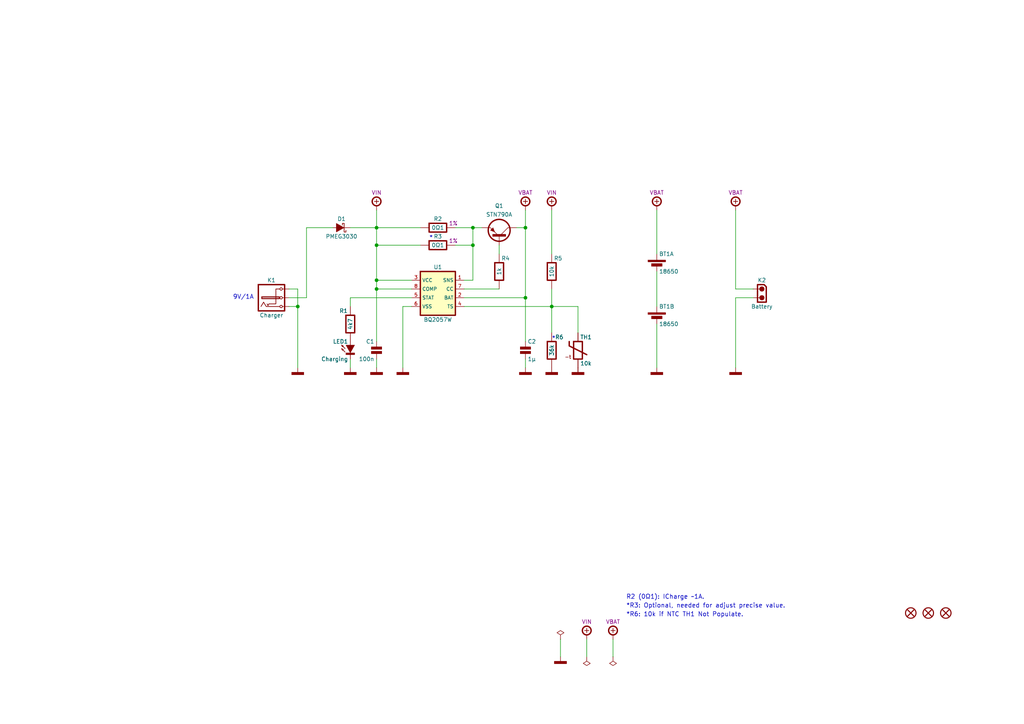
<source format=kicad_sch>
(kicad_sch (version 20230121) (generator eeschema)
  (paper "A4")
  (title_block (title "TBOT - Charger 2x18650") (date "01/2022") (rev "A"))
  (lib_symbols
    (symbol "tronixio:CAPACITOR-1206-100N-50V-5P-X7R" (pin_numbers hide) (pin_names (offset 0) hide)
      (property "Reference" "C" (at 0.635 2.54 0))
      (property "Value" "100n" (at 0.635 -2.54 0))
      (symbol "CAPACITOR-1206-100N-50V-5P-X7R_0_1"
        (rectangle (start -1.524 -0.254) (end 1.524 -1.016) (stroke (width 0.001)) (fill (type outline)))
        (rectangle (start -1.524 1.016) (end 1.524 0.254) (stroke (width 0.001)) (fill (type outline)))
      )
      (symbol "CAPACITOR-1206-100N-50V-5P-X7R_1_1"
        (pin passive line (at 0 2.54 270) (length 1.905) (name "~") (number "1"))
        (pin passive line (at 0 -2.54 90) (length 1.905) (name "~") (number "2"))
      )
    )
    (symbol "tronixio:CAPACITOR-1206-1U-16V-10P-X7R" (pin_numbers hide) (pin_names (offset 0) hide)
      (property "Reference" "C" (at 0.635 2.54 0))
      (property "Value" "1µ" (at 0.635 -2.54 0))
      (symbol "CAPACITOR-1206-1U-16V-10P-X7R_0_1"
        (rectangle (start -1.524 -0.254) (end 1.524 -1.016) (stroke (width 0.001)) (fill (type outline)))
        (rectangle (start -1.524 1.016) (end 1.524 0.254) (stroke (width 0.001)) (fill (type outline)))
      )
      (symbol "CAPACITOR-1206-1U-16V-10P-X7R_1_1"
        (pin passive line (at 0 2.54 270) (length 1.905) (name "~") (number "1"))
        (pin passive line (at 0 -2.54 90) (length 1.905) (name "~") (number "2"))
      )
    )
    (symbol "tronixio:CUI-PJ-102AH-TH" (pin_numbers hide) (pin_names (offset 0) hide)
      (property "Reference" "K" (at 0 5.08 0))
      (property "Value" "PJ-102H" (at 0 -5.08 0))
      (symbol "CUI-PJ-102AH-TH_0_1"
        (rectangle (start -3.81 -3.81) (end 3.81 3.81) (stroke (width 0.4)))
        (rectangle (start -2.794 0.254) (end 2.286 -0.254) (stroke (width 0.3)))
        (polyline (pts (xy -3.048 -2.54) (xy -2.286 -1.27) (xy -1.524 -2.54) (xy 2.286 -2.54)) (stroke (width 0.2)))
        (polyline (pts (xy -1.27 -1.778) (xy -1.016 -2.286) (xy -0.762 -1.778) (xy 1.27 -1.778) (xy 1.27 2.54) (xy 2.286 2.54)) (stroke (width 0.2)))
        (circle (center 2.794 -2.54) (radius 0.3592) (stroke (width 0.2)))
        (circle (center 2.794 0) (radius 0.3592) (stroke (width 0.2)))
        (circle (center 2.794 2.54) (radius 0.3592) (stroke (width 0.2)))
      )
      (symbol "CUI-PJ-102AH-TH_1_1"
        (pin passive line (at 5.08 0 180) (length 1.905) (name "~") (number "1"))
        (pin passive line (at 5.08 -2.54 180) (length 1.905) (name "~") (number "2"))
        (pin passive line (at 5.08 2.54 180) (length 1.905) (name "~") (number "3"))
      )
    )
    (symbol "tronixio:KEYSTONE-1049" (pin_numbers hide) (pin_names (offset 0) hide)
      (property "Reference" "BT" (at -1.27 2.54 0))
      (property "Value" "18650" (at -1.27 -2.54 0))
      (symbol "KEYSTONE-1049_0_1"
        (rectangle (start -2.54 0.762) (end 2.54 0.254) (fill (type outline)))
        (rectangle (start -1.524 -0.254) (end 1.524 -1.016) (fill (type outline)))
      )
      (symbol "KEYSTONE-1049_1_1"
        (pin passive line (at 0 -2.54 90) (length 1.905) (name "-") (number "1"))
        (pin passive line (at 0 2.54 270) (length 1.905) (name "+") (number "2"))
      )
      (symbol "KEYSTONE-1049_2_1"
        (pin passive line (at 0 -2.54 90) (length 1.905) (name "-") (number "3"))
        (pin passive line (at 0 2.54 270) (length 1.905) (name "+") (number "4"))
      )
    )
    (symbol "tronixio:KINGBRIGHT-LED-1206-PURPLE" (pin_numbers hide) (pin_names (offset 0) hide)
      (property "Reference" "LED" (at 0 3.81 0))
      (property "Value" "PURPLE" (at 0 -2.54 0))
      (symbol "KINGBRIGHT-LED-1206-PURPLE_0_1"
        (rectangle (start -1.27 1.27) (end -0.762 -1.27) (stroke (width 0.001)) (fill (type outline)))
        (polyline (pts (xy 1.524 -1.27) (xy 1.524 1.27) (xy -0.762 0) (xy 1.524 -1.27)) (stroke (width 0.001)) (fill (type outline)))
        (polyline (pts (xy -0.508 1.524) (xy 0.508 2.54) (xy 0.254 2.032) (xy 0 2.286) (xy 0.508 2.54)) (stroke (width 0.2)))
        (polyline (pts (xy 0.508 1.524) (xy 1.524 2.54) (xy 1.27 2.032) (xy 1.016 2.286) (xy 1.524 2.54)) (stroke (width 0.2)))
      )
      (symbol "KINGBRIGHT-LED-1206-PURPLE_1_1"
        (pin passive line (at -2.54 0 0) (length 1.27) (name "C") (number "1"))
        (pin passive line (at 2.54 0 180) (length 1.27) (name "A") (number "2"))
      )
    )
    (symbol "tronixio:MOLEX-MINI-SPOX-02-RIGHT-ANGLE" (pin_numbers hide) (pin_names (offset 0) hide)
      (property "Reference" "K" (at 0 2.54 0))
      (property "Value" "MOLEX-MINI-SPOX-02-RIGHT-ANGLE" (at 0 -5.08 0))
      (symbol "MOLEX-MINI-SPOX-02-RIGHT-ANGLE_0_1"
        (circle (center 0 -2.54) (radius 0.635) (stroke (width 0.2)) (fill (type outline)))
        (polyline (pts (xy -1.27 -3.81) (xy 1.27 -3.81) (xy 1.27 0.635) (xy 0.635 1.27) (xy -1.27 1.27) (xy -1.27 -3.81)) (stroke (width 0.4)))
        (circle (center 0 0) (radius 0.635) (stroke (width 0.2)) (fill (type outline)))
      )
      (symbol "MOLEX-MINI-SPOX-02-RIGHT-ANGLE_1_1"
        (pin passive line (at -2.54 0 0) (length 1.905) (name "1") (number "1"))
        (pin passive line (at -2.54 -2.54 0) (length 1.905) (name "2") (number "2"))
      )
    )
    (symbol "tronixio:MOUNTING-HOLE-3MM-MASK" (pin_numbers hide) (pin_names (offset 0) hide)
      (symbol "MOUNTING-HOLE-3MM-MASK_0_1"
        (polyline (pts (xy -1.016 -1.016) (xy 1.016 1.016)) (stroke (width 0.3)))
        (polyline (pts (xy 1.016 -1.016) (xy -1.016 1.016)) (stroke (width 0.3)))
        (circle (center 0 0) (radius 1.524) (stroke (width 0.3)))
      )
    )
    (symbol "tronixio:NEXPERIA-PMEG3030" (pin_numbers hide) (pin_names (offset 0) hide)
      (property "Reference" "D" (at 0 2.54 0))
      (property "Value" "PMEG3030" (at 0 -2.54 0))
      (symbol "NEXPERIA-PMEG3030_0_1"
        (polyline (pts (xy 1.524 -1.27) (xy 1.524 1.27) (xy -0.762 0) (xy 1.524 -1.27)) (stroke (width 0.001)) (fill (type outline)))
        (polyline (pts (xy -0.254 -0.762) (xy -0.254 -1.27) (xy -0.762 -1.27) (xy -0.762 1.27) (xy -1.27 1.27) (xy -1.27 0.762)) (stroke (width 0.2)))
      )
      (symbol "NEXPERIA-PMEG3030_1_1"
        (pin passive line (at -2.54 0 0) (length 1.905) (name "C") (number "1"))
        (pin passive line (at 2.54 0 180) (length 1.27) (name "A") (number "2"))
      )
    )
    (symbol "tronixio:POWER-+VBAT" (power) (pin_numbers hide) (pin_names (offset 0) hide)
      (property "Name" "VBAT" (at 0 5.08 0))
      (symbol "POWER-+VBAT_0_1"
        (polyline (pts (xy -0.635 2.54) (xy 0.635 2.54)) (stroke (width 0.2)))
        (polyline (pts (xy 0 1.905) (xy 0 3.175)) (stroke (width 0.2)))
        (circle (center 0 2.54) (radius 1.27) (stroke (width 0.4)))
      )
      (symbol "POWER-+VBAT_1_1"
        (pin power_in line (at 0 0 90) (length 1.27) (name "+VBAT") (number "1"))
      )
    )
    (symbol "tronixio:POWER-+VIN" (power) (pin_numbers hide) (pin_names (offset 0) hide)
      (property "Name" "VIN" (at 0 5.08 0))
      (symbol "POWER-+VIN_0_1"
        (polyline (pts (xy -0.635 2.54) (xy 0.635 2.54)) (stroke (width 0.2)))
        (polyline (pts (xy 0 1.905) (xy 0 3.175)) (stroke (width 0.2)))
        (circle (center 0 2.54) (radius 1.27) (stroke (width 0.4)))
      )
      (symbol "POWER-+VIN_1_1"
        (pin power_in line (at 0 0 90) (length 1.27) (name "+VIN") (number "1"))
      )
    )
    (symbol "tronixio:POWER-FLAG" (power) (pin_numbers hide) (pin_names (offset 0) hide)
      (symbol "POWER-FLAG_0_0"
        (pin power_out line (at 0 0 90) (length 0) (name "pwr") (number "1"))
      )
      (symbol "POWER-FLAG_0_1"
        (polyline (pts (xy 0 0) (xy 0 1.27) (xy -1.016 1.905) (xy 0 2.54) (xy 1.016 1.905) (xy 0 1.27)))
      )
    )
    (symbol "tronixio:POWER-GND" (power) (pin_numbers hide) (pin_names (offset 0) hide)
      (symbol "POWER-GND_0_1"
        (rectangle (start -1.778 -2.032) (end 1.778 -1.27) (stroke (width 0.001)) (fill (type outline)))
      )
      (symbol "POWER-GND_1_1"
        (pin power_in line (at 0 0 270) (length 1.27) (name "GND") (number "1"))
      )
    )
    (symbol "tronixio:RESISTOR-1206-10K-5P" (pin_numbers hide) (pin_names (offset 0) hide)
      (property "Reference" "R" (at 0.635 3.81 0))
      (property "Value" "10k" (at 0 0 90))
      (symbol "RESISTOR-1206-10K-5P_0_1"
        (rectangle (start -1.27 -2.54) (end 1.27 2.54) (stroke (width 0.4)))
      )
      (symbol "RESISTOR-1206-10K-5P_1_1"
        (pin passive line (at 0 5.08 270) (length 2.54) (name "~") (number "1"))
        (pin passive line (at 0 -5.08 90) (length 2.54) (name "~") (number "2"))
      )
    )
    (symbol "tronixio:RESISTOR-1206-1K-5P" (pin_numbers hide) (pin_names (offset 0) hide)
      (property "Reference" "R" (at 0 3.81 0))
      (property "Value" "1k" (at 0 0 90))
      (symbol "RESISTOR-1206-1K-5P_0_1"
        (rectangle (start -1.27 -2.54) (end 1.27 2.54) (stroke (width 0.4)))
      )
      (symbol "RESISTOR-1206-1K-5P_1_1"
        (pin passive line (at 0 5.08 270) (length 2.54) (name "~") (number "1"))
        (pin passive line (at 0 -5.08 90) (length 2.54) (name "~") (number "2"))
      )
    )
    (symbol "tronixio:RESISTOR-1206-36K-5P" (pin_numbers hide) (pin_names (offset 0) hide)
      (property "Reference" "R" (at 0.635 3.81 0))
      (property "Value" "36k" (at 0 0 90))
      (symbol "RESISTOR-1206-36K-5P_0_1"
        (rectangle (start -1.27 -2.54) (end 1.27 2.54) (stroke (width 0.4)))
      )
      (symbol "RESISTOR-1206-36K-5P_1_1"
        (pin passive line (at 0 5.08 270) (length 2.54) (name "~") (number "1"))
        (pin passive line (at 0 -5.08 90) (length 2.54) (name "~") (number "2"))
      )
    )
    (symbol "tronixio:RESISTOR-1206-4K7-5P" (pin_numbers hide) (pin_names (offset 0) hide)
      (property "Reference" "R" (at 0.635 3.81 0))
      (property "Value" "4k7" (at 0 0 90))
      (symbol "RESISTOR-1206-4K7-5P_0_1"
        (rectangle (start -1.27 -2.54) (end 1.27 2.54) (stroke (width 0.4)))
      )
      (symbol "RESISTOR-1206-4K7-5P_1_1"
        (pin passive line (at 0 5.08 270) (length 2.54) (name "~") (number "1"))
        (pin passive line (at 0 -5.08 90) (length 2.54) (name "~") (number "2"))
      )
    )
    (symbol "tronixio:RESISTOR-1210-0R1-1P" (pin_numbers hide) (pin_names (offset 0) hide)
      (property "Reference" "R" (at 0.635 3.81 0))
      (property "Value" "0Ω1" (at 0 0 90))
      (property "Tolerance" "1%" (at 0.635 -3.81 0))
      (symbol "RESISTOR-1210-0R1-1P_0_1"
        (rectangle (start -1.27 -2.54) (end 1.27 2.54) (stroke (width 0.4)))
      )
      (symbol "RESISTOR-1210-0R1-1P_1_1"
        (pin passive line (at 0 5.08 270) (length 2.54) (name "~") (number "1"))
        (pin passive line (at 0 -5.08 90) (length 2.54) (name "~") (number "2"))
      )
    )
    (symbol "tronixio:ST-STN790A-SOT-223" (pin_numbers hide) (pin_names (offset 0) hide)
      (property "Reference" "Q" (at 5.08 1.27 0))
      (property "Value" "STN790A" (at 5.08 -1.27 0))
      (symbol "ST-STN790A-SOT-223_0_1"
        (polyline (pts (xy 0.635 0.635) (xy 2.54 2.54)))
        (polyline (pts (xy 0.635 -0.635) (xy 2.54 -2.54) (xy 2.54 -2.54)))
        (polyline (pts (xy 1.27 -1.27) (xy 2.54 -1.778) (xy 1.778 -2.54) (xy 1.27 -1.27)) (stroke (width 0.001)) (fill (type outline)))
        (rectangle (start 0 1.905) (end 0.635 -1.905) (stroke (width 0.1)) (fill (type outline)))
        (circle (center 1.778 0) (radius 3.175) (stroke (width 0.4)))
      )
      (symbol "ST-STN790A-SOT-223_1_1"
        (pin passive line (at -2.54 0 0) (length 2.54) (name "B") (number "1"))
        (pin passive line (at 2.54 5.08 270) (length 2.54) (name "C") (number "2"))
        (pin passive line (at 2.54 -5.08 90) (length 2.54) (name "E") (number "3"))
      )
    )
    (symbol "tronixio:THERMISTOR-NTC-10K" (pin_numbers hide) (pin_names (offset 0) hide)
      (property "Reference" "TH" (at 0.635 3.81 0))
      (property "Value" "10k" (at 0.635 -3.81 0))
      (symbol "THERMISTOR-NTC-10K_0_0"
        (text "-t" (at -1.905 -1.905 0) (effects (font (size 1 1)) (justify right)))
      )
      (symbol "THERMISTOR-NTC-10K_0_1"
        (rectangle (start -1.27 -2.54) (end 1.27 2.54) (stroke (width 0.4)))
        (polyline (pts (xy -2.54 2.54) (xy -2.54 1.27) (xy 2.54 -1.27)) (stroke (width 0.4)))
      )
      (symbol "THERMISTOR-NTC-10K_1_1"
        (pin passive line (at 0 5.08 270) (length 2.54) (name "~") (number "1"))
        (pin passive line (at 0 -5.08 90) (length 2.54) (name "~") (number "2"))
      )
    )
    (symbol "tronixio:TI-BQ2057W-SOIC" (pin_names (offset 0.5))
      (property "Reference" "U" (at 7.62 3.81 0))
      (property "Value" "BQ2057W" (at 7.62 -11.43 0))
      (symbol "TI-BQ2057W-SOIC_0_1"
        (rectangle (start 2.54 2.54) (end 12.7 -10.16) (stroke (width 0.4)) (fill (type background)))
      )
      (symbol "TI-BQ2057W-SOIC_1_1"
        (pin input line (at 15.24 0 180) (length 2.54) (name "SNS") (number "1"))
        (pin input line (at 15.24 -5.08 180) (length 2.54) (name "BAT") (number "2"))
        (pin power_in line (at 0 0 0) (length 2.54) (name "VCC") (number "3"))
        (pin input line (at 15.24 -7.62 180) (length 2.54) (name "TS") (number "4"))
        (pin open_collector line (at 0 -5.08 0) (length 2.54) (name "STAT") (number "5"))
        (pin power_in line (at 0 -7.62 0) (length 2.54) (name "VSS") (number "6"))
        (pin output line (at 15.24 -2.54 180) (length 2.54) (name "CC") (number "7"))
        (pin input line (at 0 -2.54 0) (length 2.54) (name "COMP") (number "8"))
      )
    )
  )
  (junction (at 109.22 66.04) (diameter 0.9144))
  (junction (at 109.22 83.82) (diameter 0.9144))
  (junction (at 109.22 71.12))
  (junction (at 86.36 88.9) (diameter 0.9144))
  (junction (at 109.22 81.28) (diameter 0.9144))
  (junction (at 160.02 88.9) (diameter 0.9144))
  (junction (at 137.16 66.04) (diameter 0.9144))
  (junction (at 152.4 66.04) (diameter 0.9144))
  (junction (at 137.16 71.12))
  (junction (at 152.4 86.36) (diameter 0.9144))
  (wire (pts (xy 160.02 88.9) (xy 167.64 88.9)))
  (wire (pts (xy 167.64 96.52) (xy 167.64 88.9)))
  (wire (pts (xy 88.9 66.04) (xy 88.9 86.36)))
  (wire (pts (xy 213.36 86.36) (xy 218.44 86.36)))
  (wire (pts (xy 134.62 81.28) (xy 137.16 81.28)))
  (wire (pts (xy 137.16 71.12) (xy 137.16 81.28)))
  (wire (pts (xy 134.62 88.9) (xy 160.02 88.9)))
  (wire (pts (xy 109.22 60.96) (xy 109.22 66.04)))
  (wire (pts (xy 109.22 66.04) (xy 109.22 71.12)))
  (wire (pts (xy 177.8 185.42) (xy 177.8 190.5)))
  (wire (pts (xy 101.6 66.04) (xy 109.22 66.04)))
  (wire (pts (xy 109.22 104.14) (xy 109.22 106.68)))
  (wire (pts (xy 213.36 86.36) (xy 213.36 106.68)))
  (wire (pts (xy 116.84 88.9) (xy 116.84 106.68)))
  (wire (pts (xy 116.84 88.9) (xy 119.38 88.9)))
  (wire (pts (xy 109.22 83.82) (xy 119.38 83.82)))
  (wire (pts (xy 109.22 81.28) (xy 109.22 83.82)))
  (wire (pts (xy 109.22 81.28) (xy 119.38 81.28)))
  (wire (pts (xy 134.62 86.36) (xy 152.4 86.36)))
  (wire (pts (xy 83.82 86.36) (xy 88.9 86.36)))
  (wire (pts (xy 152.4 104.14) (xy 152.4 106.68)))
  (wire (pts (xy 132.08 71.12) (xy 137.16 71.12)))
  (wire (pts (xy 134.62 83.82) (xy 144.78 83.82)))
  (wire (pts (xy 190.5 60.96) (xy 190.5 73.66)))
  (wire (pts (xy 132.08 66.04) (xy 137.16 66.04)))
  (wire (pts (xy 137.16 66.04) (xy 139.7 66.04)))
  (wire (pts (xy 190.5 78.74) (xy 190.5 88.9)))
  (wire (pts (xy 160.02 60.96) (xy 160.02 73.66)))
  (wire (pts (xy 149.86 66.04) (xy 152.4 66.04)))
  (wire (pts (xy 213.36 60.96) (xy 213.36 83.82)))
  (wire (pts (xy 152.4 86.36) (xy 152.4 99.06)))
  (wire (pts (xy 170.18 185.42) (xy 170.18 190.5)))
  (wire (pts (xy 101.6 86.36) (xy 101.6 88.9)))
  (wire (pts (xy 144.78 71.12) (xy 144.78 73.66)))
  (wire (pts (xy 213.36 83.82) (xy 218.44 83.82)))
  (wire (pts (xy 190.5 93.98) (xy 190.5 106.68)))
  (wire (pts (xy 88.9 66.04) (xy 96.52 66.04)))
  (wire (pts (xy 83.82 83.82) (xy 86.36 83.82)))
  (wire (pts (xy 86.36 83.82) (xy 86.36 88.9)))
  (wire (pts (xy 86.36 88.9) (xy 86.36 106.68)))
  (wire (pts (xy 109.22 71.12) (xy 109.22 81.28)))
  (wire (pts (xy 83.82 88.9) (xy 86.36 88.9)))
  (wire (pts (xy 109.22 71.12) (xy 121.92 71.12)))
  (wire (pts (xy 162.56 185.42) (xy 162.56 190.5)))
  (wire (pts (xy 137.16 66.04) (xy 137.16 71.12)))
  (wire (pts (xy 160.02 83.82) (xy 160.02 88.9)))
  (wire (pts (xy 160.02 88.9) (xy 160.02 96.52)))
  (wire (pts (xy 101.6 86.36) (xy 119.38 86.36)))
  (wire (pts (xy 152.4 60.96) (xy 152.4 66.04)))
  (wire (pts (xy 152.4 66.04) (xy 152.4 86.36)))
  (wire (pts (xy 101.6 104.14) (xy 101.6 106.68)))
  (wire (pts (xy 109.22 66.04) (xy 121.92 66.04)))
  (wire (pts (xy 109.22 83.82) (xy 109.22 99.06)))
  (text "R2 (0Ω1): ICharge ~1A." (at 181.61 173.99 0) (effects (font (size 1.27 1.27)) (justify left bottom)))
  (text "*" (at 124.46 69.85 0) (effects (font (size 1.27 1.27)) (justify left bottom)))
  (text "*R3: Optional, needed for adjust precise value." (at 181.61 176.53 0) (effects (font (size 1.27 1.27)) (justify left bottom)))
  (text "*" (at 160.02 99.06 0) (effects (font (size 1.27 1.27)) (justify left bottom)))
  (text "*R6: 10k if NTC TH1 Not Populate." (at 181.61 179.07 0) (effects (font (size 1.27 1.27)) (justify left bottom)))
  (text "9V/1A" (at 73.66 86.995 0) (effects (font (size 1.27 1.27)) (justify right bottom)))
  (symbol (lib_id "tronixio:RESISTOR-1206-1K-5P") (at 144.78 78.74 180) (unit 1)
    (property "Reference" "R4" (at 145.415 74.93 0) (effects (font (size 1.15 1.15)) (justify right)))
    (property "Value" "1k" (at 144.78 78.74 90) (effects (font (size 1.15 1.15))))
    (property "Footprint" "tronixio:RESISTOR-SMD-1206" (effects hide))
    (property "Tolerance" "5%" (effects hide))
    (property "Mouser" "660-RK73B2BTTDD102J" (effects hide))
  )
  (symbol (lib_id "tronixio:POWER-GND") (at 160.02 106.68 0) (unit 1)
    (property "Reference" "#PWR010" (effects hide))
    (property "Value" "POWER-GND" (effects hide))
  )
  (symbol (lib_id "tronixio:KEYSTONE-1049") (at 190.5 76.2 0) (unit 1)
    (property "Reference" "BT1" (at 191.135 73.66 0) (effects (font (size 1.15 1.15)) (justify left)))
    (property "Value" "18650" (at 191.135 78.74 0) (effects (font (size 1.15 1.15)) (justify left)))
    (property "Footprint" "tronixio:KEYSTONE-1049" (effects hide))
    (property "Datasheet" "http://www.keyelco.com/product.cfm/product_id/921" (effects hide))
    (property "Mouser" "534-1049" (effects hide))
  )
  (symbol (lib_id "tronixio:POWER-+VBAT") (at 152.4 60.96 0) (unit 1)
    (property "Reference" "#PWR07" (effects hide))
    (property "Value" "POWER-+VBAT" (effects hide))
    (property "Name" "VBAT" (at 152.4 55.88 0) (effects (font (size 1.15 1.15))))
  )
  (symbol (lib_id "tronixio:TI-BQ2057W-SOIC") (at 119.38 81.28 0) (unit 1)
    (property "Reference" "U1" (at 127 77.47 0) (effects (font (size 1.15 1.15))))
    (property "Value" "BQ2057W" (at 127 92.71 0) (effects (font (size 1.15 1.15))))
    (property "Footprint" "tronixio:SOIC-08" (effects hide))
    (property "Datasheet" "https://www.ti.com/product/BQ2057W/part-details/BQ2057WSN" (effects hide))
    (property "Mouser" "595-BQ2057WSN" (effects hide))
  )
  (symbol (lib_id "tronixio:POWER-GND") (at 152.4 106.68 0) (unit 1)
    (property "Reference" "#PWR08" (effects hide))
    (property "Value" "POWER-GND" (effects hide))
  )
  (symbol (lib_id "tronixio:RESISTOR-1210-0R1-1P") (at 127 66.04 90) (unit 1)
    (property "Reference" "R2" (at 127 63.5 90) (effects (font (size 1.15 1.15))))
    (property "Value" "0Ω1" (at 127 66.04 90) (effects (font (size 1.15 1.15))))
    (property "Footprint" "tronixio:RESISTOR-SMD-1210" (effects hide))
    (property "Tolerance" "1%" (at 130.175 64.77 90) (effects (font (size 1.15 1.15)) (justify right)))
    (property "Mouser" "660-SR732ETTER100F" (effects hide))
  )
  (symbol (lib_id "tronixio:CUI-PJ-102AH-TH") (at 78.74 86.36 0) (unit 1)
    (property "Reference" "K1" (at 78.74 81.28 0) (effects (font (size 1.15 1.15))))
    (property "Value" "Charger" (at 78.74 91.44 0) (effects (font (size 1.15 1.15))))
    (property "Footprint" "tronixio:CUI-PJ-102AH" (effects hide))
    (property "Datasheet" "https://www.cuidevices.com/product/interconnect/connectors/dc-power-connectors/jacks/pj-102ah" (effects hide))
    (property "Mouser" "490-PJ-102AH" (effects hide))
  )
  (symbol (lib_id "tronixio:KEYSTONE-1049") (at 190.5 91.44 0) (unit 2)
    (property "Reference" "BT1" (at 191.135 88.9 0) (effects (font (size 1.15 1.15)) (justify left)))
    (property "Value" "18650" (at 191.135 93.98 0) (effects (font (size 1.15 1.15)) (justify left)))
    (property "Footprint" "tronixio:KEYSTONE-1049" (effects hide))
    (property "Datasheet" "http://www.keyelco.com/product.cfm/product_id/921" (effects hide))
    (property "Mouser" "534-1049" (effects hide))
  )
  (symbol (lib_id "tronixio:POWER-+VBAT") (at 213.36 60.96 0) (unit 1)
    (property "Reference" "#PWR016" (effects hide))
    (property "Value" "POWER-+VBAT" (effects hide))
    (property "Name" "VBAT" (at 213.36 55.88 0) (effects (font (size 1.15 1.15))))
  )
  (symbol (lib_id "tronixio:KINGBRIGHT-LED-1206-PURPLE") (at 101.6 101.6 90) (unit 1)
    (property "Reference" "LED1" (at 100.965 99.06 90) (effects (font (size 1.15 1.15)) (justify left)))
    (property "Value" "Charging" (at 100.965 104.14 90) (effects (font (size 1.15 1.15)) (justify left)))
    (property "Footprint" "tronixio:LED-SMD-1206" (effects hide))
    (property "Datasheet" "https://www.kingbrightusa.com/images/catalog/SPEC/APTR3216-VFX.pdf" (effects hide))
    (property "Mouser" "604-APTR3216-VFX" (effects hide))
  )
  (symbol (lib_id "tronixio:POWER-GND") (at 190.5 106.68 0) (unit 1)
    (property "Reference" "#PWR015" (effects hide))
    (property "Value" "POWER-GND" (effects hide))
  )
  (symbol (lib_id "tronixio:CAPACITOR-1206-1U-16V-10P-X7R") (at 152.4 101.6 0) (unit 1)
    (property "Reference" "C2" (at 153.035 99.06 0) (effects (font (size 1.15 1.15)) (justify left)))
    (property "Value" "1µ" (at 153.035 104.14 0) (effects (font (size 1.15 1.15)) (justify left)))
    (property "Footprint" "tronixio:CAPACITOR-SMD-1206" (effects hide))
    (property "Voltage" "16V" (effects hide))
    (property "Tolerance" "10%" (effects hide))
    (property "Mouser" "80-C1206C105K4R" (effects hide))
  )
  (symbol (lib_id "tronixio:POWER-GND") (at 86.36 106.68 0) (unit 1)
    (property "Reference" "#PWR01" (effects hide))
    (property "Value" "POWER-GND" (effects hide))
  )
  (symbol (lib_id "tronixio:POWER-+VIN") (at 160.02 60.96 0) (unit 1)
    (property "Reference" "#PWR09" (effects hide))
    (property "Value" "POWER-+VIN" (effects hide))
    (property "Name" "VIN" (at 160.02 55.88 0) (effects (font (size 1.15 1.15))))
  )
  (symbol (lib_id "tronixio:MOUNTING-HOLE-3MM-MASK") (at 269.24 177.8 0) (unit 1)
    (property "Reference" "H2" (effects hide))
    (property "Value" "MOUNTING-HOLE-3MM-MASK" (effects hide))
    (property "Footprint" "tronixio:MOUNTING-HOLE-3MM-MASK" (effects hide))
  )
  (symbol (lib_id "tronixio:RESISTOR-1206-4K7-5P") (at 101.6 93.98 180) (unit 1)
    (property "Reference" "R1" (at 98.425 90.17 0) (effects (font (size 1.15 1.15)) (justify right)))
    (property "Value" "4k7" (at 101.6 93.98 90) (effects (font (size 1.15 1.15))))
    (property "Footprint" "tronixio:RESISTOR-SMD-1206" (effects hide))
    (property "Tolerance" "5%" (effects hide))
    (property "Mouser" "660-RK73B2BTTDD472J" (effects hide))
  )
  (symbol (lib_id "tronixio:POWER-+VIN") (at 109.22 60.96 0) (unit 1)
    (property "Reference" "#PWR04" (effects hide))
    (property "Value" "POWER-+VIN" (effects hide))
    (property "Name" "VIN" (at 109.22 55.88 0) (effects (font (size 1.15 1.15))))
  )
  (symbol (lib_id "tronixio:ST-STN790A-SOT-223") (at 144.78 68.58 270) (mirror x) (unit 1)
    (property "Reference" "Q1" (at 144.78 59.69 90) (effects (font (size 1.15 1.15))))
    (property "Value" "STN790A" (at 144.78 62.23 90) (effects (font (size 1.15 1.15))))
    (property "Footprint" "tronixio:SOT-223-3" (effects hide))
    (property "Datasheet" "https://www.st.com/content/st_com/en/products/power-transistors/power-bipolar/lt-500v-transistors/stn790a.html" (effects hide))
    (property "Mouser" "511-STN790A" (effects hide))
  )
  (symbol (lib_id "tronixio:POWER-+VBAT") (at 190.5 60.96 0) (unit 1)
    (property "Reference" "#PWR014" (effects hide))
    (property "Value" "POWER-+VBAT" (effects hide))
    (property "Name" "VBAT" (at 190.5 55.88 0) (effects (font (size 1.15 1.15))))
  )
  (symbol (lib_id "tronixio:MOUNTING-HOLE-3MM-MASK") (at 274.32 177.8 0) (unit 1)
    (property "Reference" "H3" (effects hide))
    (property "Value" "MOUNTING-HOLE-3MM-MASK" (effects hide))
    (property "Footprint" "tronixio:MOUNTING-HOLE-3MM-MASK" (effects hide))
  )
  (symbol (lib_id "tronixio:POWER-+VIN") (at 170.18 185.42 0) (unit 1)
    (property "Reference" "#PWR012" (effects hide))
    (property "Value" "POWER-+VIN" (effects hide))
    (property "Name" "VIN" (at 170.18 180.34 0) (effects (font (size 1.15 1.15))))
  )
  (symbol (lib_id "tronixio:POWER-FLAG") (at 177.8 190.5 180) (unit 1)
    (property "Reference" "#FLG03" (effects hide))
    (property "Value" "POWER-FLAG" (effects hide))
  )
  (symbol (lib_id "tronixio:MOLEX-MINI-SPOX-02-RIGHT-ANGLE") (at 220.98 83.82 0) (unit 1)
    (property "Reference" "K2" (at 220.98 81.28 0) (effects (font (size 1.15 1.15))))
    (property "Value" "Battery" (at 220.98 88.9 0) (effects (font (size 1.15 1.15))))
    (property "Footprint" "tronixio:MOLEX-22057025" (effects hide))
    (property "Datasheet" "https://www.molex.com/molex/products/part-detail/pcb_headers/0022057025" (effects hide))
    (property "Mouser" "538-22-05-7025" (effects hide))
  )
  (symbol (lib_id "tronixio:CAPACITOR-1206-100N-50V-5P-X7R") (at 109.22 101.6 0) (unit 1)
    (property "Reference" "C1" (at 108.585 99.06 0) (effects (font (size 1.15 1.15)) (justify right)))
    (property "Value" "100n" (at 108.585 104.14 0) (effects (font (size 1.15 1.15)) (justify right)))
    (property "Footprint" "tronixio:CAPACITOR-SMD-1206" (effects hide))
    (property "Voltage" "50V" (effects hide))
    (property "Tolerance" "5%" (effects hide))
    (property "Mouser" "80-C1206C104J5R" (effects hide))
  )
  (symbol (lib_id "tronixio:POWER-GND") (at 213.36 106.68 0) (unit 1)
    (property "Reference" "#PWR017" (effects hide))
    (property "Value" "POWER-GND" (effects hide))
  )
  (symbol (lib_id "tronixio:RESISTOR-1206-10K-5P") (at 160.02 78.74 180) (unit 1)
    (property "Reference" "R5" (at 160.655 74.93 0) (effects (font (size 1.15 1.15)) (justify right)))
    (property "Value" "10k" (at 160.02 78.74 90) (effects (font (size 1.15 1.15))))
    (property "Footprint" "tronixio:RESISTOR-SMD-1206" (effects hide))
    (property "Tolerance" "5%" (effects hide))
    (property "Mouser" "660-RK73B2BTTDD103J" (effects hide))
  )
  (symbol (lib_id "tronixio:RESISTOR-1210-0R1-1P") (at 127 71.12 90) (unit 1)
    (property "Reference" "R3" (at 127 68.58 90) (effects (font (size 1.15 1.15))))
    (property "Value" "0Ω1" (at 127 71.12 90) (effects (font (size 1.15 1.15))))
    (property "Footprint" "tronixio:RESISTOR-SMD-1210" (effects hide))
    (property "Tolerance" "1%" (at 130.175 69.85 90) (effects (font (size 1.15 1.15)) (justify right)))
    (property "Mouser" "660-SR732ETTER100F" (effects hide))
  )
  (symbol (lib_id "tronixio:POWER-GND") (at 116.84 106.68 0) (unit 1)
    (property "Reference" "#PWR06" (effects hide))
    (property "Value" "POWER-GND" (effects hide))
  )
  (symbol (lib_id "tronixio:MOUNTING-HOLE-3MM-MASK") (at 264.16 177.8 0) (unit 1)
    (property "Reference" "H1" (effects hide))
    (property "Value" "MOUNTING-HOLE-3MM-MASK" (effects hide))
    (property "Footprint" "tronixio:MOUNTING-HOLE-3MM-MASK" (effects hide))
  )
  (symbol (lib_id "tronixio:POWER-GND") (at 162.56 190.5 0) (unit 1)
    (property "Reference" "#PWR013" (effects hide))
    (property "Value" "POWER-GND" (effects hide))
  )
  (symbol (lib_id "tronixio:POWER-GND") (at 101.6 106.68 0) (unit 1)
    (property "Reference" "#PWR03" (effects hide))
    (property "Value" "POWER-GND" (effects hide))
  )
  (symbol (lib_id "tronixio:POWER-GND") (at 109.22 106.68 0) (unit 1)
    (property "Reference" "#PWR05" (effects hide))
    (property "Value" "POWER-GND" (effects hide))
  )
  (symbol (lib_id "tronixio:THERMISTOR-NTC-10K") (at 167.64 101.6 0) (unit 1)
    (property "Reference" "TH1" (at 168.275 97.79 0) (effects (font (size 1.15 1.15)) (justify left)))
    (property "Value" "10k" (at 168.275 105.41 0) (effects (font (size 1.15 1.15)) (justify left)))
    (property "Footprint" "tronixio:THERMISTOR-SMD" (effects hide))
    (property "Datasheet" "http://www.vishay.com/product?docid=29154" (effects hide))
    (property "Mouser" "594-NTCLE213E3103FL" (effects hide))
  )
  (symbol (lib_id "tronixio:RESISTOR-1206-36K-5P") (at 160.02 101.6 180) (unit 1)
    (property "Reference" "R6" (at 163.46 97.79 0) (effects (font (size 1.15 1.15)) (justify left)))
    (property "Value" "36k" (at 160.02 101.6 90) (effects (font (size 1.15 1.15))))
    (property "Footprint" "tronixio:RESISTOR-SMD-1206" (effects hide))
    (property "Tolerance" "5%" (effects hide))
    (property "Mouser" "660-RK73B2BTTDD363J" (effects hide))
  )
  (symbol (lib_id "tronixio:POWER-GND") (at 167.64 106.68 0) (unit 1)
    (property "Reference" "#PWR011" (effects hide))
    (property "Value" "POWER-GND" (effects hide))
  )
  (symbol (lib_id "tronixio:NEXPERIA-PMEG3030") (at 99.06 66.04 180) (unit 1)
    (property "Reference" "D1" (at 99.06 63.5 0) (effects (font (size 1.15 1.15))))
    (property "Value" "PMEG3030" (at 99.06 68.58 0) (effects (font (size 1.15 1.15))))
    (property "Footprint" "tronixio:SOD-128" (effects hide))
    (property "Datasheet" "https://www.nexperia.com/search.html?q=pmeg3030&searchCategory=product" (effects hide))
    (property "Mouser" "771-PMEG3030EP115" (effects hide))
  )
  (symbol (lib_id "tronixio:POWER-FLAG") (at 170.18 190.5 180) (unit 1)
    (property "Reference" "#FLG01" (effects hide))
    (property "Value" "POWER-FLAG" (effects hide))
  )
  (symbol (lib_id "tronixio:POWER-FLAG") (at 162.56 185.42 0) (unit 1)
    (property "Reference" "#FLG02" (effects hide))
    (property "Value" "POWER-FLAG" (effects hide))
  )
  (symbol (lib_id "tronixio:POWER-+VBAT") (at 177.8 185.42 0) (unit 1)
    (property "Reference" "#PWR02" (effects hide))
    (property "Value" "POWER-+VBAT" (effects hide))
    (property "Name" "VBAT" (at 177.8 180.34 0) (effects (font (size 1.15 1.15))))
  )
)
</source>
